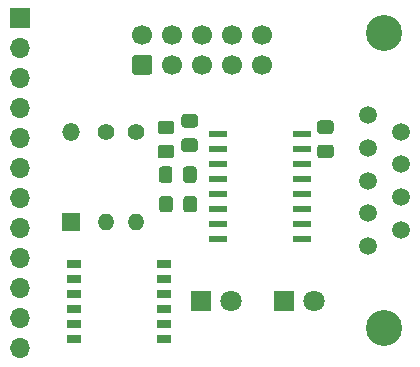
<source format=gts>
G04 #@! TF.GenerationSoftware,KiCad,Pcbnew,(5.1.7)-1*
G04 #@! TF.CreationDate,2023-02-23T23:14:07-08:00*
G04 #@! TF.ProjectId,MB9X-UART,4d423958-2d55-4415-9254-2e6b69636164,rev?*
G04 #@! TF.SameCoordinates,Original*
G04 #@! TF.FileFunction,Soldermask,Top*
G04 #@! TF.FilePolarity,Negative*
%FSLAX46Y46*%
G04 Gerber Fmt 4.6, Leading zero omitted, Abs format (unit mm)*
G04 Created by KiCad (PCBNEW (5.1.7)-1) date 2023-02-23 23:14:07*
%MOMM*%
%LPD*%
G01*
G04 APERTURE LIST*
%ADD10O,1.700000X1.700000*%
%ADD11R,1.700000X1.700000*%
%ADD12C,3.048000*%
%ADD13C,1.498600*%
%ADD14O,1.400000X1.400000*%
%ADD15C,1.400000*%
%ADD16R,1.270000X0.760000*%
%ADD17R,1.500000X0.600000*%
%ADD18C,1.700000*%
%ADD19C,1.800000*%
%ADD20R,1.800000X1.800000*%
%ADD21O,1.500000X1.500000*%
%ADD22R,1.500000X1.500000*%
G04 APERTURE END LIST*
D10*
X131650000Y-110190000D03*
X131650000Y-107650000D03*
X131650000Y-105110000D03*
X131650000Y-102570000D03*
X131650000Y-100030000D03*
X131650000Y-97490000D03*
X131650000Y-94950000D03*
X131650000Y-92410000D03*
X131650000Y-89870000D03*
X131650000Y-87330000D03*
X131650000Y-84790000D03*
D11*
X131650000Y-82250000D03*
D12*
X162500002Y-108495000D03*
X162500002Y-83505000D03*
D13*
X163920001Y-100154998D03*
X163920001Y-97384998D03*
X163920001Y-94614999D03*
X163920001Y-91844999D03*
X161080002Y-101539999D03*
X161080002Y-98770000D03*
X161080002Y-96000000D03*
X161080002Y-93230000D03*
X161080002Y-90460001D03*
D14*
X141500000Y-99520000D03*
D15*
X141500000Y-91900000D03*
D14*
X138900000Y-99520000D03*
D15*
X138900000Y-91900000D03*
D16*
X143810000Y-109375000D03*
X143810000Y-108105000D03*
X143810000Y-106835000D03*
X136190000Y-106835000D03*
X136190000Y-108105000D03*
X136190000Y-109375000D03*
X143810000Y-105565000D03*
X136190000Y-105565000D03*
X143810000Y-104295000D03*
X136190000Y-104295000D03*
X143810000Y-103025000D03*
X136190000Y-103025000D03*
D17*
X155550000Y-92055000D03*
X155550000Y-93325000D03*
X155550000Y-94595000D03*
X155550000Y-95865000D03*
X155550000Y-97135000D03*
X155550000Y-98405000D03*
X155550000Y-99675000D03*
X155550000Y-100945000D03*
X148450000Y-100945000D03*
X148450000Y-99675000D03*
X148450000Y-98405000D03*
X148450000Y-97135000D03*
X148450000Y-95865000D03*
X148450000Y-94595000D03*
X148450000Y-93325000D03*
X148450000Y-92055000D03*
D18*
X152160000Y-83660000D03*
X149620000Y-83660000D03*
X147080000Y-83660000D03*
X144540000Y-83660000D03*
X142000000Y-83660000D03*
X152160000Y-86200000D03*
X149620000Y-86200000D03*
X147080000Y-86200000D03*
X144540000Y-86200000D03*
G36*
G01*
X142600000Y-87050000D02*
X141400000Y-87050000D01*
G75*
G02*
X141150000Y-86800000I0J250000D01*
G01*
X141150000Y-85600000D01*
G75*
G02*
X141400000Y-85350000I250000J0D01*
G01*
X142600000Y-85350000D01*
G75*
G02*
X142850000Y-85600000I0J-250000D01*
G01*
X142850000Y-86800000D01*
G75*
G02*
X142600000Y-87050000I-250000J0D01*
G01*
G37*
D19*
X156540000Y-106200000D03*
D20*
X154000000Y-106200000D03*
D19*
X149540000Y-106200000D03*
D20*
X147000000Y-106200000D03*
D21*
X136000000Y-91880000D03*
D22*
X136000000Y-99500000D03*
G36*
G01*
X157049999Y-92950000D02*
X157950001Y-92950000D01*
G75*
G02*
X158200000Y-93199999I0J-249999D01*
G01*
X158200000Y-93850001D01*
G75*
G02*
X157950001Y-94100000I-249999J0D01*
G01*
X157049999Y-94100000D01*
G75*
G02*
X156800000Y-93850001I0J249999D01*
G01*
X156800000Y-93199999D01*
G75*
G02*
X157049999Y-92950000I249999J0D01*
G01*
G37*
G36*
G01*
X157049999Y-90900000D02*
X157950001Y-90900000D01*
G75*
G02*
X158200000Y-91149999I0J-249999D01*
G01*
X158200000Y-91800001D01*
G75*
G02*
X157950001Y-92050000I-249999J0D01*
G01*
X157049999Y-92050000D01*
G75*
G02*
X156800000Y-91800001I0J249999D01*
G01*
X156800000Y-91149999D01*
G75*
G02*
X157049999Y-90900000I249999J0D01*
G01*
G37*
G36*
G01*
X145549999Y-92425000D02*
X146450001Y-92425000D01*
G75*
G02*
X146700000Y-92674999I0J-249999D01*
G01*
X146700000Y-93325001D01*
G75*
G02*
X146450001Y-93575000I-249999J0D01*
G01*
X145549999Y-93575000D01*
G75*
G02*
X145300000Y-93325001I0J249999D01*
G01*
X145300000Y-92674999D01*
G75*
G02*
X145549999Y-92425000I249999J0D01*
G01*
G37*
G36*
G01*
X145549999Y-90375000D02*
X146450001Y-90375000D01*
G75*
G02*
X146700000Y-90624999I0J-249999D01*
G01*
X146700000Y-91275001D01*
G75*
G02*
X146450001Y-91525000I-249999J0D01*
G01*
X145549999Y-91525000D01*
G75*
G02*
X145300000Y-91275001I0J249999D01*
G01*
X145300000Y-90624999D01*
G75*
G02*
X145549999Y-90375000I249999J0D01*
G01*
G37*
G36*
G01*
X144550000Y-95049999D02*
X144550000Y-95950001D01*
G75*
G02*
X144300001Y-96200000I-249999J0D01*
G01*
X143649999Y-96200000D01*
G75*
G02*
X143400000Y-95950001I0J249999D01*
G01*
X143400000Y-95049999D01*
G75*
G02*
X143649999Y-94800000I249999J0D01*
G01*
X144300001Y-94800000D01*
G75*
G02*
X144550000Y-95049999I0J-249999D01*
G01*
G37*
G36*
G01*
X146600000Y-95049999D02*
X146600000Y-95950001D01*
G75*
G02*
X146350001Y-96200000I-249999J0D01*
G01*
X145699999Y-96200000D01*
G75*
G02*
X145450000Y-95950001I0J249999D01*
G01*
X145450000Y-95049999D01*
G75*
G02*
X145699999Y-94800000I249999J0D01*
G01*
X146350001Y-94800000D01*
G75*
G02*
X146600000Y-95049999I0J-249999D01*
G01*
G37*
G36*
G01*
X144575000Y-97549999D02*
X144575000Y-98450001D01*
G75*
G02*
X144325001Y-98700000I-249999J0D01*
G01*
X143674999Y-98700000D01*
G75*
G02*
X143425000Y-98450001I0J249999D01*
G01*
X143425000Y-97549999D01*
G75*
G02*
X143674999Y-97300000I249999J0D01*
G01*
X144325001Y-97300000D01*
G75*
G02*
X144575000Y-97549999I0J-249999D01*
G01*
G37*
G36*
G01*
X146625000Y-97549999D02*
X146625000Y-98450001D01*
G75*
G02*
X146375001Y-98700000I-249999J0D01*
G01*
X145724999Y-98700000D01*
G75*
G02*
X145475000Y-98450001I0J249999D01*
G01*
X145475000Y-97549999D01*
G75*
G02*
X145724999Y-97300000I249999J0D01*
G01*
X146375001Y-97300000D01*
G75*
G02*
X146625000Y-97549999I0J-249999D01*
G01*
G37*
G36*
G01*
X143549999Y-92975000D02*
X144450001Y-92975000D01*
G75*
G02*
X144700000Y-93224999I0J-249999D01*
G01*
X144700000Y-93875001D01*
G75*
G02*
X144450001Y-94125000I-249999J0D01*
G01*
X143549999Y-94125000D01*
G75*
G02*
X143300000Y-93875001I0J249999D01*
G01*
X143300000Y-93224999D01*
G75*
G02*
X143549999Y-92975000I249999J0D01*
G01*
G37*
G36*
G01*
X143549999Y-90925000D02*
X144450001Y-90925000D01*
G75*
G02*
X144700000Y-91174999I0J-249999D01*
G01*
X144700000Y-91825001D01*
G75*
G02*
X144450001Y-92075000I-249999J0D01*
G01*
X143549999Y-92075000D01*
G75*
G02*
X143300000Y-91825001I0J249999D01*
G01*
X143300000Y-91174999D01*
G75*
G02*
X143549999Y-90925000I249999J0D01*
G01*
G37*
M02*

</source>
